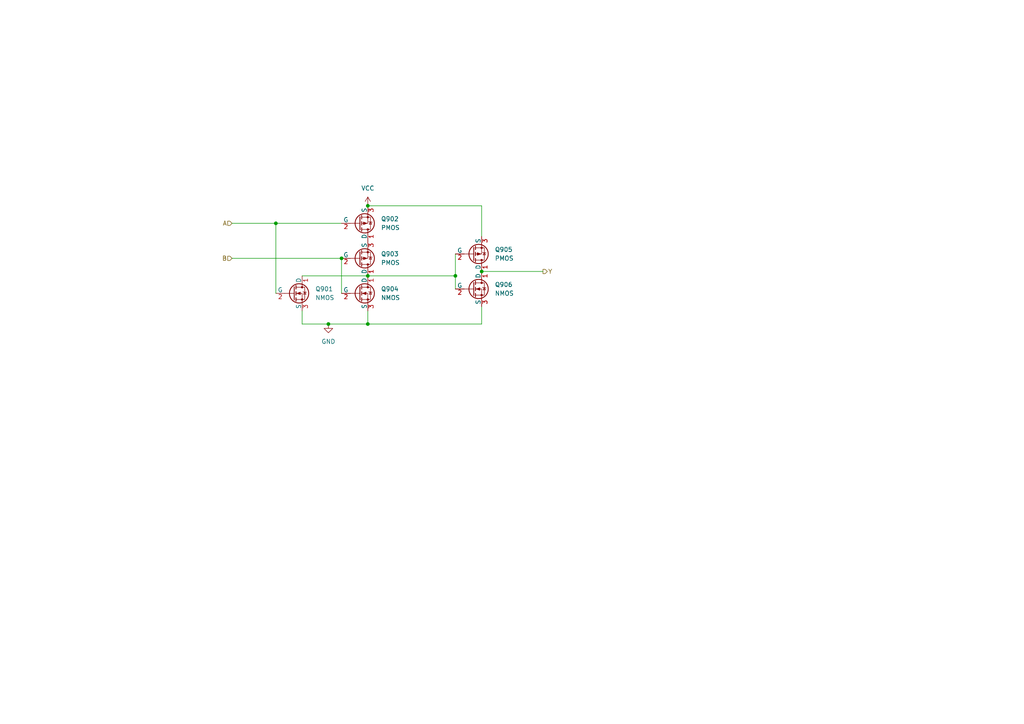
<source format=kicad_sch>
(kicad_sch (version 20250114) (generator "eeschema") (generator_version "9.0")
  (paper "A4")
  (lib_symbols
    (symbol "Simulation_SPICE:NMOS" (pin_names (offset 0))
      (property "Reference" "Q" (at 5.08 1.27 0))
      (property "Value" "NMOS" (at 5.08 -1.27 0))
      (symbol "NMOS_0_1"
        (polyline (pts (xy 0.254 1.905) (xy 0.254 -1.905)) (stroke (width 0.254)))
        (polyline (pts (xy 0.254 0) (xy -2.54 0)))
        (polyline (pts (xy 0.762 2.286) (xy 0.762 1.27)) (stroke (width 0.254)))
        (polyline (pts (xy 0.762 0.508) (xy 0.762 -0.508)) (stroke (width 0.254)))
        (polyline (pts (xy 0.762 -1.27) (xy 0.762 -2.286)) (stroke (width 0.254)))
        (polyline (pts (xy 0.762 -1.778) (xy 3.302 -1.778) (xy 3.302 1.778) (xy 0.762 1.778)))
        (polyline (pts (xy 1.016 0) (xy 2.032 0.381) (xy 2.032 -0.381) (xy 1.016 0)) (fill (type outline)))
        (circle (center 1.651 0) (radius 2.794) (stroke (width 0.254)))
        (polyline (pts (xy 2.54 2.54) (xy 2.54 1.778)))
        (circle (center 2.54 1.778) (radius 0.254) (fill (type outline)))
        (circle (center 2.54 -1.778) (radius 0.254) (fill (type outline)))
        (polyline (pts (xy 2.54 -2.54) (xy 2.54 0) (xy 0.762 0)))
        (polyline (pts (xy 2.794 0.508) (xy 2.921 0.381) (xy 3.683 0.381) (xy 3.81 0.254)))
        (polyline (pts (xy 3.302 0.381) (xy 2.921 -0.254) (xy 3.683 -0.254) (xy 3.302 0.381)))
      )
      (symbol "NMOS_1_1"
        (pin input line (at -5.08 0 0) (length 2.54) (name "G") (number "2"))
        (pin passive line (at 2.54 5.08 270) (length 2.54) (name "D") (number "1"))
        (pin passive line (at 2.54 -5.08 90) (length 2.54) (name "S") (number "3"))
      )
    )
    (symbol "Simulation_SPICE:PMOS" (pin_names (offset 0))
      (property "Reference" "Q" (at 5.08 1.27 0))
      (property "Value" "PMOS" (at 5.08 -1.27 0))
      (symbol "PMOS_0_1"
        (polyline (pts (xy 0.254 1.905) (xy 0.254 -1.905)) (stroke (width 0.254)))
        (polyline (pts (xy 0.254 0) (xy -2.54 0)))
        (polyline (pts (xy 0.762 2.286) (xy 0.762 1.27)) (stroke (width 0.254)))
        (polyline (pts (xy 0.762 1.778) (xy 3.302 1.778) (xy 3.302 -1.778) (xy 0.762 -1.778)))
        (polyline (pts (xy 0.762 0.508) (xy 0.762 -0.508)) (stroke (width 0.254)))
        (polyline (pts (xy 0.762 -1.27) (xy 0.762 -2.286)) (stroke (width 0.254)))
        (circle (center 1.651 0) (radius 2.794) (stroke (width 0.254)))
        (polyline (pts (xy 2.286 0) (xy 1.27 0.381) (xy 1.27 -0.381) (xy 2.286 0)) (fill (type outline)))
        (polyline (pts (xy 2.54 2.54) (xy 2.54 1.778)))
        (circle (center 2.54 1.778) (radius 0.254) (fill (type outline)))
        (circle (center 2.54 -1.778) (radius 0.254) (fill (type outline)))
        (polyline (pts (xy 2.54 -2.54) (xy 2.54 0) (xy 0.762 0)))
        (polyline (pts (xy 2.794 -0.508) (xy 2.921 -0.381) (xy 3.683 -0.381) (xy 3.81 -0.254)))
        (polyline (pts (xy 3.302 -0.381) (xy 2.921 0.254) (xy 3.683 0.254) (xy 3.302 -0.381)))
      )
      (symbol "PMOS_1_1"
        (pin input line (at -5.08 0 0) (length 2.54) (name "G") (number "2"))
        (pin passive line (at 2.54 5.08 270) (length 2.54) (name "D") (number "1"))
        (pin passive line (at 2.54 -5.08 90) (length 2.54) (name "S") (number "3"))
      )
    )
    (symbol "power:GND" (power) (pin_numbers (hide yes)) (pin_names (offset 0) (hide yes))
      (property "Value" "GND" (at 0 -3.81 0))
      (symbol "GND_0_1"
        (polyline (pts (xy 0 0) (xy 0 -1.27) (xy 1.27 -1.27) (xy 0 -2.54) (xy -1.27 -1.27) (xy 0 -1.27)))
      )
      (symbol "GND_1_1"
        (pin power_in line (at 0 0 270) (length 0) (name "~") (number "1"))
      )
    )
    (symbol "power:VCC" (power) (pin_numbers (hide yes)) (pin_names (offset 0) (hide yes))
      (property "Value" "VCC" (at 0 3.556 0))
      (symbol "VCC_0_1"
        (polyline (pts (xy -0.762 1.27) (xy 0 2.54)))
        (polyline (pts (xy 0 2.54) (xy 0.762 1.27)))
        (polyline (pts (xy 0 0) (xy 0 2.54)))
      )
      (symbol "VCC_1_1"
        (pin power_in line (at 0 0 90) (length 0) (name "~") (number "1"))
      )
    )
  )
  (junction (at 99.06 74.93))
  (junction (at 80.01 64.77))
  (junction (at 139.7 78.74))
  (junction (at 106.68 80.01))
  (junction (at 106.68 93.98))
  (junction (at 132.08 80.01))
  (junction (at 106.68 59.69))
  (junction (at 95.25 93.98))
  (wire (pts (xy 132.08 73.66) (xy 132.08 80.01)))
  (wire (pts (xy 87.63 90.17) (xy 87.63 93.98)))
  (wire (pts (xy 95.25 93.98) (xy 106.68 93.98)))
  (wire (pts (xy 139.7 68.58) (xy 139.7 59.69)))
  (wire (pts (xy 106.68 93.98) (xy 106.68 90.17)))
  (wire (pts (xy 67.31 64.77) (xy 80.01 64.77)))
  (wire (pts (xy 99.06 74.93) (xy 99.06 85.09)))
  (wire (pts (xy 106.68 80.01) (xy 132.08 80.01)))
  (wire (pts (xy 67.31 74.93) (xy 99.06 74.93)))
  (wire (pts (xy 106.68 93.98) (xy 139.7 93.98)))
  (wire (pts (xy 139.7 88.9) (xy 139.7 93.98)))
  (wire (pts (xy 87.63 93.98) (xy 95.25 93.98)))
  (wire (pts (xy 80.01 64.77) (xy 80.01 85.09)))
  (wire (pts (xy 87.63 80.01) (xy 106.68 80.01)))
  (wire (pts (xy 139.7 78.74) (xy 157.48 78.74)))
  (wire (pts (xy 132.08 80.01) (xy 132.08 83.82)))
  (wire (pts (xy 139.7 59.69) (xy 106.68 59.69)))
  (wire (pts (xy 99.06 64.77) (xy 80.01 64.77)))
  (hierarchical_label "B" (shape input) (at 67.31 74.93 180))
  (hierarchical_label "A" (shape input) (at 67.31 64.77 180))
  (hierarchical_label "Y" (shape output) (at 157.48 78.74 0))
  (symbol (lib_id "power:VCC") (at 106.68 59.69 0) (unit 1)
    (property "Reference" "#PWR0902" (effects (hide yes)))
    (property "Value" "VCC" (at 106.68 54.61 0))
    (property "Description" "Power symbol creates a global label with name \"VCC\"" (effects (hide yes)))
    (instances (project "add_sub" (path "" (reference "#PWR0902") (unit 1)) (path "" (reference "#PWR0302") (unit 1)) (path "" (reference "#PWR04105") (unit 1)) (path "" (reference "#PWR05802") (unit 1)) (path "" (reference "#PWR01902") (unit 1)) (path "" (reference "#PWR04802") (unit 1)) (path "" (reference "#PWR0702") (unit 1)) (path "" (reference "#PWR04302") (unit 1)) (path "" (reference "#PWR03002") (unit 1)) (path "" (reference "#PWR05302") (unit 1))) (project "adder8" (path "" (reference "#PWR04402") (unit 1)) (path "" (reference "#PWR04502") (unit 1)) (path "" (reference "#PWR02202") (unit 1)) (path "" (reference "#PWR02302") (unit 1)) (path "" (reference "#PWR01102") (unit 1)) (path "" (reference "#PWR01202") (unit 1)) (path "" (reference "#PWR03302") (unit 1)) (path "" (reference "#PWR03402") (unit 1))) (project "led_panel_3" (path "" (reference "#PWR0402") (unit 1)) (path "" (reference "#PWR0302") (unit 1))) (project "main_logic" (path "" (reference "#PWR03505") (unit 1))) (project "add_sub" (path "" (reference "#PWR0902") (unit 1))) (project "main_control" (path "" (reference "#PWR0902") (unit 1)) (path "" (reference "#PWR0402") (unit 1)) (path "" (reference "#PWR0502") (unit 1))) (project "adder2" (path "" (reference "#PWR01102") (unit 1))))
  )
  (symbol (lib_id "Simulation_SPICE:PMOS") (at 104.14 74.93 0) (mirror x) (unit 1)
    (property "Reference" "Q903" (at 110.49 73.6599 0) (effects (justify left)))
    (property "Value" "PMOS" (at 110.49 76.1999 0) (effects (justify left)))
    (property "Footprint" "Package_TO_SOT_SMD:TSOT-23" (effects (hide yes)))
    (property "Datasheet" "https://ngspice.sourceforge.io/docs/ngspice-html-manual/manual.xhtml#cha_MOSFETs" (effects (hide yes)))
    (property "Description" "P-MOSFET transistor, drain/source/gate" (effects (hide yes)))
    (property "Sim.Device" "PMOS" (effects (hide yes)))
    (property "Sim.Type" "MOS1" (effects (hide yes)))
    (property "Sim.Pins" "1=D 2=G 3=S" (effects (hide yes)))
    (instances (project "add_sub" (path "" (reference "Q903") (unit 1)) (path "" (reference "Q303") (unit 1)) (path "" (reference "Q4107") (unit 1)) (path "" (reference "Q5803") (unit 1)) (path "" (reference "Q1903") (unit 1)) (path "" (reference "Q4803") (unit 1)) (path "" (reference "Q703") (unit 1)) (path "" (reference "Q4303") (unit 1)) (path "" (reference "Q3003") (unit 1)) (path "" (reference "Q5303") (unit 1))) (project "adder8" (path "" (reference "Q4403") (unit 1)) (path "" (reference "Q4503") (unit 1)) (path "" (reference "Q2203") (unit 1)) (path "" (reference "Q2303") (unit 1)) (path "" (reference "Q1103") (unit 1)) (path "" (reference "Q1203") (unit 1)) (path "" (reference "Q3303") (unit 1)) (path "" (reference "Q3403") (unit 1))) (project "led_panel_3" (path "" (reference "Q403") (unit 1)) (path "" (reference "Q303") (unit 1))) (project "main_logic" (path "" (reference "Q3507") (unit 1))) (project "add_sub" (path "" (reference "Q903") (unit 1))) (project "main_control" (path "" (reference "Q903") (unit 1)) (path "" (reference "Q403") (unit 1)) (path "" (reference "Q503") (unit 1))) (project "adder2" (path "" (reference "Q1103") (unit 1))))
  )
  (symbol (lib_id "power:GND") (at 95.25 93.98 0) (unit 1)
    (property "Reference" "#PWR0901" (effects (hide yes)))
    (property "Value" "GND" (at 95.25 99.06 0))
    (property "Description" "Power symbol creates a global label with name \"GND\" , ground" (effects (hide yes)))
    (instances (project "add_sub" (path "" (reference "#PWR0901") (unit 1)) (path "" (reference "#PWR0301") (unit 1)) (path "" (reference "#PWR04104") (unit 1)) (path "" (reference "#PWR05801") (unit 1)) (path "" (reference "#PWR01901") (unit 1)) (path "" (reference "#PWR04801") (unit 1)) (path "" (reference "#PWR0701") (unit 1)) (path "" (reference "#PWR04301") (unit 1)) (path "" (reference "#PWR03001") (unit 1)) (path "" (reference "#PWR05301") (unit 1))) (project "adder8" (path "" (reference "#PWR04401") (unit 1)) (path "" (reference "#PWR04501") (unit 1)) (path "" (reference "#PWR02201") (unit 1)) (path "" (reference "#PWR02301") (unit 1)) (path "" (reference "#PWR01101") (unit 1)) (path "" (reference "#PWR01201") (unit 1)) (path "" (reference "#PWR03301") (unit 1)) (path "" (reference "#PWR03401") (unit 1))) (project "led_panel_3" (path "" (reference "#PWR0401") (unit 1)) (path "" (reference "#PWR0301") (unit 1))) (project "main_logic" (path "" (reference "#PWR03504") (unit 1))) (project "add_sub" (path "" (reference "#PWR0901") (unit 1))) (project "main_control" (path "" (reference "#PWR0901") (unit 1)) (path "" (reference "#PWR0401") (unit 1)) (path "" (reference "#PWR0501") (unit 1))) (project "adder2" (path "" (reference "#PWR01101") (unit 1))))
  )
  (symbol (lib_id "Simulation_SPICE:PMOS") (at 137.16 73.66 0) (mirror x) (unit 1)
    (property "Reference" "Q905" (at 143.51 72.3899 0) (effects (justify left)))
    (property "Value" "PMOS" (at 143.51 74.9299 0) (effects (justify left)))
    (property "Footprint" "Package_TO_SOT_SMD:TSOT-23" (effects (hide yes)))
    (property "Datasheet" "https://ngspice.sourceforge.io/docs/ngspice-html-manual/manual.xhtml#cha_MOSFETs" (effects (hide yes)))
    (property "Description" "P-MOSFET transistor, drain/source/gate" (effects (hide yes)))
    (property "Sim.Device" "PMOS" (effects (hide yes)))
    (property "Sim.Type" "MOS1" (effects (hide yes)))
    (property "Sim.Pins" "1=D 2=G 3=S" (effects (hide yes)))
    (instances (project "add_sub" (path "" (reference "Q905") (unit 1)) (path "" (reference "Q307") (unit 1)) (path "" (reference "Q4109") (unit 1)) (path "" (reference "Q5805") (unit 1)) (path "" (reference "Q1905") (unit 1)) (path "" (reference "Q4805") (unit 1)) (path "" (reference "Q705") (unit 1)) (path "" (reference "Q4305") (unit 1)) (path "" (reference "Q3005") (unit 1)) (path "" (reference "Q5305") (unit 1))) (project "adder8" (path "" (reference "Q4405") (unit 1)) (path "" (reference "Q4505") (unit 1)) (path "" (reference "Q2205") (unit 1)) (path "" (reference "Q2305") (unit 1)) (path "" (reference "Q1105") (unit 1)) (path "" (reference "Q1205") (unit 1)) (path "" (reference "Q3305") (unit 1)) (path "" (reference "Q3405") (unit 1))) (project "led_panel_3" (path "" (reference "Q405") (unit 1)) (path "" (reference "Q305") (unit 1))) (project "main_logic" (path "" (reference "Q3509") (unit 1))) (project "add_sub" (path "" (reference "Q905") (unit 1))) (project "main_control" (path "" (reference "Q905") (unit 1)) (path "" (reference "Q405") (unit 1)) (path "" (reference "Q505") (unit 1))) (project "adder2" (path "" (reference "Q1105") (unit 1))))
  )
  (symbol (lib_id "Simulation_SPICE:PMOS") (at 104.14 64.77 0) (mirror x) (unit 1)
    (property "Reference" "Q902" (at 110.49 63.4999 0) (effects (justify left)))
    (property "Value" "PMOS" (at 110.49 66.0399 0) (effects (justify left)))
    (property "Footprint" "Package_TO_SOT_SMD:TSOT-23" (effects (hide yes)))
    (property "Datasheet" "https://ngspice.sourceforge.io/docs/ngspice-html-manual/manual.xhtml#cha_MOSFETs" (effects (hide yes)))
    (property "Description" "P-MOSFET transistor, drain/source/gate" (effects (hide yes)))
    (property "Sim.Device" "PMOS" (effects (hide yes)))
    (property "Sim.Type" "MOS1" (effects (hide yes)))
    (property "Sim.Pins" "1=D 2=G 3=S" (effects (hide yes)))
    (instances (project "add_sub" (path "" (reference "Q902") (unit 1)) (path "" (reference "Q302") (unit 1)) (path "" (reference "Q4106") (unit 1)) (path "" (reference "Q5802") (unit 1)) (path "" (reference "Q1902") (unit 1)) (path "" (reference "Q4802") (unit 1)) (path "" (reference "Q702") (unit 1)) (path "" (reference "Q4302") (unit 1)) (path "" (reference "Q3002") (unit 1)) (path "" (reference "Q5302") (unit 1))) (project "adder8" (path "" (reference "Q4402") (unit 1)) (path "" (reference "Q4502") (unit 1)) (path "" (reference "Q2202") (unit 1)) (path "" (reference "Q2302") (unit 1)) (path "" (reference "Q1102") (unit 1)) (path "" (reference "Q1202") (unit 1)) (path "" (reference "Q3302") (unit 1)) (path "" (reference "Q3402") (unit 1))) (project "led_panel_3" (path "" (reference "Q402") (unit 1)) (path "" (reference "Q302") (unit 1))) (project "main_logic" (path "" (reference "Q3506") (unit 1))) (project "add_sub" (path "" (reference "Q902") (unit 1))) (project "main_control" (path "" (reference "Q902") (unit 1)) (path "" (reference "Q402") (unit 1)) (path "" (reference "Q502") (unit 1))) (project "adder2" (path "" (reference "Q1102") (unit 1))))
  )
  (symbol (lib_id "Simulation_SPICE:NMOS") (at 85.09 85.09 0) (unit 1)
    (property "Reference" "Q901" (at 91.44 83.8199 0) (effects (justify left)))
    (property "Value" "NMOS" (at 91.44 86.3599 0) (effects (justify left)))
    (property "Footprint" "Package_TO_SOT_SMD:TSOT-23" (effects (hide yes)))
    (property "Datasheet" "https://ngspice.sourceforge.io/docs/ngspice-html-manual/manual.xhtml#cha_MOSFETs" (effects (hide yes)))
    (property "Description" "N-MOSFET transistor, drain/source/gate" (effects (hide yes)))
    (property "Sim.Device" "NMOS" (effects (hide yes)))
    (property "Sim.Type" "MOS1" (effects (hide yes)))
    (property "Sim.Pins" "1=D 2=G 3=S" (effects (hide yes)))
    (instances (project "add_sub" (path "" (reference "Q901") (unit 1)) (path "" (reference "Q301") (unit 1)) (path "" (reference "Q4105") (unit 1)) (path "" (reference "Q5801") (unit 1)) (path "" (reference "Q1901") (unit 1)) (path "" (reference "Q4801") (unit 1)) (path "" (reference "Q701") (unit 1)) (path "" (reference "Q4301") (unit 1)) (path "" (reference "Q3001") (unit 1)) (path "" (reference "Q5301") (unit 1))) (project "adder8" (path "" (reference "Q4401") (unit 1)) (path "" (reference "Q4501") (unit 1)) (path "" (reference "Q2201") (unit 1)) (path "" (reference "Q2301") (unit 1)) (path "" (reference "Q1101") (unit 1)) (path "" (reference "Q1201") (unit 1)) (path "" (reference "Q3301") (unit 1)) (path "" (reference "Q3401") (unit 1))) (project "led_panel_3" (path "" (reference "Q401") (unit 1)) (path "" (reference "Q301") (unit 1))) (project "main_logic" (path "" (reference "Q3505") (unit 1))) (project "add_sub" (path "" (reference "Q901") (unit 1))) (project "main_control" (path "" (reference "Q901") (unit 1)) (path "" (reference "Q401") (unit 1)) (path "" (reference "Q501") (unit 1))) (project "adder2" (path "" (reference "Q1101") (unit 1))))
  )
  (symbol (lib_id "Simulation_SPICE:NMOS") (at 137.16 83.82 0) (unit 1)
    (property "Reference" "Q906" (at 143.51 82.5499 0) (effects (justify left)))
    (property "Value" "NMOS" (at 143.51 85.0899 0) (effects (justify left)))
    (property "Footprint" "Package_TO_SOT_SMD:TSOT-23" (effects (hide yes)))
    (property "Datasheet" "https://ngspice.sourceforge.io/docs/ngspice-html-manual/manual.xhtml#cha_MOSFETs" (effects (hide yes)))
    (property "Description" "N-MOSFET transistor, drain/source/gate" (effects (hide yes)))
    (property "Sim.Device" "NMOS" (effects (hide yes)))
    (property "Sim.Type" "MOS1" (effects (hide yes)))
    (property "Sim.Pins" "1=D 2=G 3=S" (effects (hide yes)))
    (instances (project "add_sub" (path "" (reference "Q906") (unit 1)) (path "" (reference "Q308") (unit 1)) (path "" (reference "Q4110") (unit 1)) (path "" (reference "Q5806") (unit 1)) (path "" (reference "Q1906") (unit 1)) (path "" (reference "Q4806") (unit 1)) (path "" (reference "Q706") (unit 1)) (path "" (reference "Q4306") (unit 1)) (path "" (reference "Q3006") (unit 1)) (path "" (reference "Q5306") (unit 1))) (project "adder8" (path "" (reference "Q4406") (unit 1)) (path "" (reference "Q4506") (unit 1)) (path "" (reference "Q2206") (unit 1)) (path "" (reference "Q2306") (unit 1)) (path "" (reference "Q1106") (unit 1)) (path "" (reference "Q1206") (unit 1)) (path "" (reference "Q3306") (unit 1)) (path "" (reference "Q3406") (unit 1))) (project "led_panel_3" (path "" (reference "Q406") (unit 1)) (path "" (reference "Q306") (unit 1))) (project "main_logic" (path "" (reference "Q3510") (unit 1))) (project "add_sub" (path "" (reference "Q906") (unit 1))) (project "main_control" (path "" (reference "Q906") (unit 1)) (path "" (reference "Q406") (unit 1)) (path "" (reference "Q506") (unit 1))) (project "adder2" (path "" (reference "Q1106") (unit 1))))
  )
  (symbol (lib_id "Simulation_SPICE:NMOS") (at 104.14 85.09 0) (unit 1)
    (property "Reference" "Q904" (at 110.49 83.8199 0) (effects (justify left)))
    (property "Value" "NMOS" (at 110.49 86.3599 0) (effects (justify left)))
    (property "Footprint" "Package_TO_SOT_SMD:TSOT-23" (effects (hide yes)))
    (property "Datasheet" "https://ngspice.sourceforge.io/docs/ngspice-html-manual/manual.xhtml#cha_MOSFETs" (effects (hide yes)))
    (property "Description" "N-MOSFET transistor, drain/source/gate" (effects (hide yes)))
    (property "Sim.Device" "NMOS" (effects (hide yes)))
    (property "Sim.Type" "MOS1" (effects (hide yes)))
    (property "Sim.Pins" "1=D 2=G 3=S" (effects (hide yes)))
    (instances (project "add_sub" (path "" (reference "Q904") (unit 1)) (path "" (reference "Q304") (unit 1)) (path "" (reference "Q4108") (unit 1)) (path "" (reference "Q5804") (unit 1)) (path "" (reference "Q1904") (unit 1)) (path "" (reference "Q4804") (unit 1)) (path "" (reference "Q704") (unit 1)) (path "" (reference "Q4304") (unit 1)) (path "" (reference "Q3004") (unit 1)) (path "" (reference "Q5304") (unit 1))) (project "adder8" (path "" (reference "Q4404") (unit 1)) (path "" (reference "Q4504") (unit 1)) (path "" (reference "Q2204") (unit 1)) (path "" (reference "Q2304") (unit 1)) (path "" (reference "Q1104") (unit 1)) (path "" (reference "Q1204") (unit 1)) (path "" (reference "Q3304") (unit 1)) (path "" (reference "Q3404") (unit 1))) (project "led_panel_3" (path "" (reference "Q404") (unit 1)) (path "" (reference "Q304") (unit 1))) (project "main_logic" (path "" (reference "Q3508") (unit 1))) (project "add_sub" (path "" (reference "Q904") (unit 1))) (project "main_control" (path "" (reference "Q904") (unit 1)) (path "" (reference "Q404") (unit 1)) (path "" (reference "Q504") (unit 1))) (project "adder2" (path "" (reference "Q1104") (unit 1))))
  )
)
</source>
